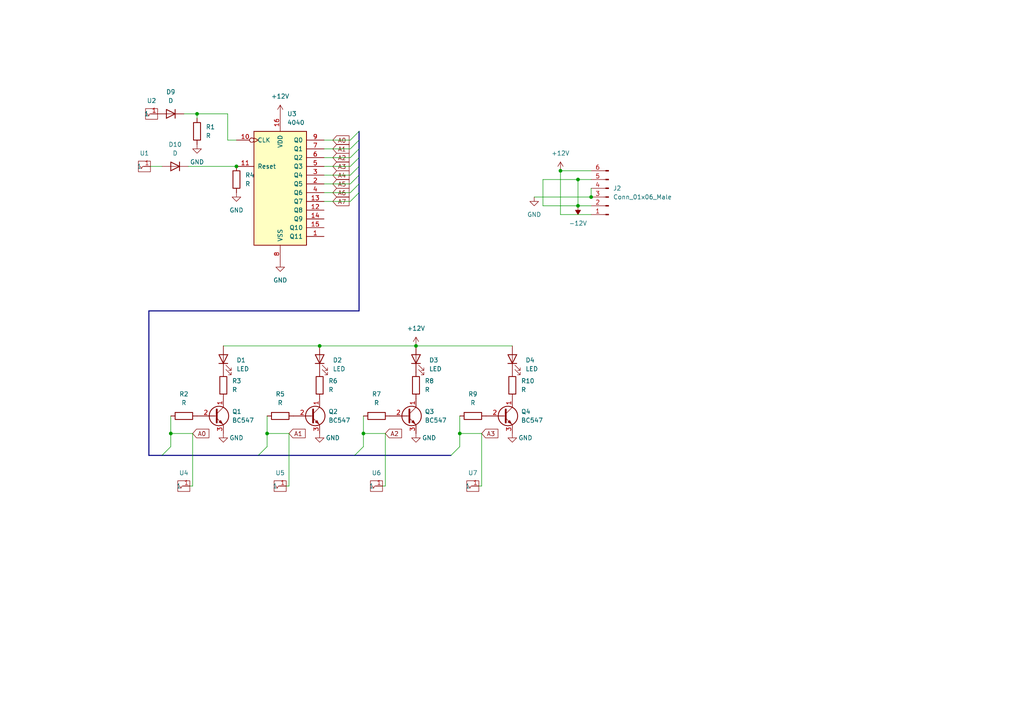
<source format=kicad_sch>
(kicad_sch (version 20211123) (generator eeschema)

  (uuid b9f5628f-7e75-459f-93b7-54469fb20df3)

  (paper "A4")

  (lib_symbols
    (symbol "4xxx:4040" (pin_names (offset 1.016)) (in_bom yes) (on_board yes)
      (property "Reference" "U" (id 0) (at -7.62 16.51 0)
        (effects (font (size 1.27 1.27)))
      )
      (property "Value" "4040" (id 1) (at -7.62 -19.05 0)
        (effects (font (size 1.27 1.27)))
      )
      (property "Footprint" "" (id 2) (at 0 0 0)
        (effects (font (size 1.27 1.27)) hide)
      )
      (property "Datasheet" "http://www.intersil.com/content/dam/Intersil/documents/cd40/cd4020bms-24bms-40bms.pdf" (id 3) (at 0 0 0)
        (effects (font (size 1.27 1.27)) hide)
      )
      (property "ki_locked" "" (id 4) (at 0 0 0)
        (effects (font (size 1.27 1.27)))
      )
      (property "ki_keywords" "CMOS CNT CNT12" (id 5) (at 0 0 0)
        (effects (font (size 1.27 1.27)) hide)
      )
      (property "ki_description" "Binary Counter 12 stages (Asynchronous)" (id 6) (at 0 0 0)
        (effects (font (size 1.27 1.27)) hide)
      )
      (property "ki_fp_filters" "DIP?16*" (id 7) (at 0 0 0)
        (effects (font (size 1.27 1.27)) hide)
      )
      (symbol "4040_1_0"
        (pin output line (at 12.7 -15.24 180) (length 5.08)
          (name "Q11" (effects (font (size 1.27 1.27))))
          (number "1" (effects (font (size 1.27 1.27))))
        )
        (pin input inverted_clock (at -12.7 12.7 0) (length 5.08)
          (name "CLK" (effects (font (size 1.27 1.27))))
          (number "10" (effects (font (size 1.27 1.27))))
        )
        (pin input line (at -12.7 5.08 0) (length 5.08)
          (name "Reset" (effects (font (size 1.27 1.27))))
          (number "11" (effects (font (size 1.27 1.27))))
        )
        (pin output line (at 12.7 -7.62 180) (length 5.08)
          (name "Q8" (effects (font (size 1.27 1.27))))
          (number "12" (effects (font (size 1.27 1.27))))
        )
        (pin output line (at 12.7 -5.08 180) (length 5.08)
          (name "Q7" (effects (font (size 1.27 1.27))))
          (number "13" (effects (font (size 1.27 1.27))))
        )
        (pin output line (at 12.7 -10.16 180) (length 5.08)
          (name "Q9" (effects (font (size 1.27 1.27))))
          (number "14" (effects (font (size 1.27 1.27))))
        )
        (pin output line (at 12.7 -12.7 180) (length 5.08)
          (name "Q10" (effects (font (size 1.27 1.27))))
          (number "15" (effects (font (size 1.27 1.27))))
        )
        (pin power_in line (at 0 20.32 270) (length 5.08)
          (name "VDD" (effects (font (size 1.27 1.27))))
          (number "16" (effects (font (size 1.27 1.27))))
        )
        (pin output line (at 12.7 0 180) (length 5.08)
          (name "Q5" (effects (font (size 1.27 1.27))))
          (number "2" (effects (font (size 1.27 1.27))))
        )
        (pin output line (at 12.7 2.54 180) (length 5.08)
          (name "Q4" (effects (font (size 1.27 1.27))))
          (number "3" (effects (font (size 1.27 1.27))))
        )
        (pin output line (at 12.7 -2.54 180) (length 5.08)
          (name "Q6" (effects (font (size 1.27 1.27))))
          (number "4" (effects (font (size 1.27 1.27))))
        )
        (pin output line (at 12.7 5.08 180) (length 5.08)
          (name "Q3" (effects (font (size 1.27 1.27))))
          (number "5" (effects (font (size 1.27 1.27))))
        )
        (pin output line (at 12.7 7.62 180) (length 5.08)
          (name "Q2" (effects (font (size 1.27 1.27))))
          (number "6" (effects (font (size 1.27 1.27))))
        )
        (pin output line (at 12.7 10.16 180) (length 5.08)
          (name "Q1" (effects (font (size 1.27 1.27))))
          (number "7" (effects (font (size 1.27 1.27))))
        )
        (pin power_in line (at 0 -22.86 90) (length 5.08)
          (name "VSS" (effects (font (size 1.27 1.27))))
          (number "8" (effects (font (size 1.27 1.27))))
        )
        (pin output line (at 12.7 12.7 180) (length 5.08)
          (name "Q0" (effects (font (size 1.27 1.27))))
          (number "9" (effects (font (size 1.27 1.27))))
        )
      )
      (symbol "4040_1_1"
        (rectangle (start -7.62 15.24) (end 7.62 -17.78)
          (stroke (width 0.254) (type default) (color 0 0 0 0))
          (fill (type background))
        )
      )
    )
    (symbol "Connector:Conn_01x06_Male" (pin_names (offset 1.016) hide) (in_bom yes) (on_board yes)
      (property "Reference" "J" (id 0) (at 0 7.62 0)
        (effects (font (size 1.27 1.27)))
      )
      (property "Value" "Conn_01x06_Male" (id 1) (at 0 -10.16 0)
        (effects (font (size 1.27 1.27)))
      )
      (property "Footprint" "" (id 2) (at 0 0 0)
        (effects (font (size 1.27 1.27)) hide)
      )
      (property "Datasheet" "~" (id 3) (at 0 0 0)
        (effects (font (size 1.27 1.27)) hide)
      )
      (property "ki_keywords" "connector" (id 4) (at 0 0 0)
        (effects (font (size 1.27 1.27)) hide)
      )
      (property "ki_description" "Generic connector, single row, 01x06, script generated (kicad-library-utils/schlib/autogen/connector/)" (id 5) (at 0 0 0)
        (effects (font (size 1.27 1.27)) hide)
      )
      (property "ki_fp_filters" "Connector*:*_1x??_*" (id 6) (at 0 0 0)
        (effects (font (size 1.27 1.27)) hide)
      )
      (symbol "Conn_01x06_Male_1_1"
        (polyline
          (pts
            (xy 1.27 -7.62)
            (xy 0.8636 -7.62)
          )
          (stroke (width 0.1524) (type default) (color 0 0 0 0))
          (fill (type none))
        )
        (polyline
          (pts
            (xy 1.27 -5.08)
            (xy 0.8636 -5.08)
          )
          (stroke (width 0.1524) (type default) (color 0 0 0 0))
          (fill (type none))
        )
        (polyline
          (pts
            (xy 1.27 -2.54)
            (xy 0.8636 -2.54)
          )
          (stroke (width 0.1524) (type default) (color 0 0 0 0))
          (fill (type none))
        )
        (polyline
          (pts
            (xy 1.27 0)
            (xy 0.8636 0)
          )
          (stroke (width 0.1524) (type default) (color 0 0 0 0))
          (fill (type none))
        )
        (polyline
          (pts
            (xy 1.27 2.54)
            (xy 0.8636 2.54)
          )
          (stroke (width 0.1524) (type default) (color 0 0 0 0))
          (fill (type none))
        )
        (polyline
          (pts
            (xy 1.27 5.08)
            (xy 0.8636 5.08)
          )
          (stroke (width 0.1524) (type default) (color 0 0 0 0))
          (fill (type none))
        )
        (rectangle (start 0.8636 -7.493) (end 0 -7.747)
          (stroke (width 0.1524) (type default) (color 0 0 0 0))
          (fill (type outline))
        )
        (rectangle (start 0.8636 -4.953) (end 0 -5.207)
          (stroke (width 0.1524) (type default) (color 0 0 0 0))
          (fill (type outline))
        )
        (rectangle (start 0.8636 -2.413) (end 0 -2.667)
          (stroke (width 0.1524) (type default) (color 0 0 0 0))
          (fill (type outline))
        )
        (rectangle (start 0.8636 0.127) (end 0 -0.127)
          (stroke (width 0.1524) (type default) (color 0 0 0 0))
          (fill (type outline))
        )
        (rectangle (start 0.8636 2.667) (end 0 2.413)
          (stroke (width 0.1524) (type default) (color 0 0 0 0))
          (fill (type outline))
        )
        (rectangle (start 0.8636 5.207) (end 0 4.953)
          (stroke (width 0.1524) (type default) (color 0 0 0 0))
          (fill (type outline))
        )
        (pin passive line (at 5.08 5.08 180) (length 3.81)
          (name "Pin_1" (effects (font (size 1.27 1.27))))
          (number "1" (effects (font (size 1.27 1.27))))
        )
        (pin passive line (at 5.08 2.54 180) (length 3.81)
          (name "Pin_2" (effects (font (size 1.27 1.27))))
          (number "2" (effects (font (size 1.27 1.27))))
        )
        (pin passive line (at 5.08 0 180) (length 3.81)
          (name "Pin_3" (effects (font (size 1.27 1.27))))
          (number "3" (effects (font (size 1.27 1.27))))
        )
        (pin passive line (at 5.08 -2.54 180) (length 3.81)
          (name "Pin_4" (effects (font (size 1.27 1.27))))
          (number "4" (effects (font (size 1.27 1.27))))
        )
        (pin passive line (at 5.08 -5.08 180) (length 3.81)
          (name "Pin_5" (effects (font (size 1.27 1.27))))
          (number "5" (effects (font (size 1.27 1.27))))
        )
        (pin passive line (at 5.08 -7.62 180) (length 3.81)
          (name "Pin_6" (effects (font (size 1.27 1.27))))
          (number "6" (effects (font (size 1.27 1.27))))
        )
      )
    )
    (symbol "Device:D" (pin_numbers hide) (pin_names (offset 1.016) hide) (in_bom yes) (on_board yes)
      (property "Reference" "D" (id 0) (at 0 2.54 0)
        (effects (font (size 1.27 1.27)))
      )
      (property "Value" "D" (id 1) (at 0 -2.54 0)
        (effects (font (size 1.27 1.27)))
      )
      (property "Footprint" "" (id 2) (at 0 0 0)
        (effects (font (size 1.27 1.27)) hide)
      )
      (property "Datasheet" "~" (id 3) (at 0 0 0)
        (effects (font (size 1.27 1.27)) hide)
      )
      (property "ki_keywords" "diode" (id 4) (at 0 0 0)
        (effects (font (size 1.27 1.27)) hide)
      )
      (property "ki_description" "Diode" (id 5) (at 0 0 0)
        (effects (font (size 1.27 1.27)) hide)
      )
      (property "ki_fp_filters" "TO-???* *_Diode_* *SingleDiode* D_*" (id 6) (at 0 0 0)
        (effects (font (size 1.27 1.27)) hide)
      )
      (symbol "D_0_1"
        (polyline
          (pts
            (xy -1.27 1.27)
            (xy -1.27 -1.27)
          )
          (stroke (width 0.254) (type default) (color 0 0 0 0))
          (fill (type none))
        )
        (polyline
          (pts
            (xy 1.27 0)
            (xy -1.27 0)
          )
          (stroke (width 0) (type default) (color 0 0 0 0))
          (fill (type none))
        )
        (polyline
          (pts
            (xy 1.27 1.27)
            (xy 1.27 -1.27)
            (xy -1.27 0)
            (xy 1.27 1.27)
          )
          (stroke (width 0.254) (type default) (color 0 0 0 0))
          (fill (type none))
        )
      )
      (symbol "D_1_1"
        (pin passive line (at -3.81 0 0) (length 2.54)
          (name "K" (effects (font (size 1.27 1.27))))
          (number "1" (effects (font (size 1.27 1.27))))
        )
        (pin passive line (at 3.81 0 180) (length 2.54)
          (name "A" (effects (font (size 1.27 1.27))))
          (number "2" (effects (font (size 1.27 1.27))))
        )
      )
    )
    (symbol "Device:LED" (pin_numbers hide) (pin_names (offset 1.016) hide) (in_bom yes) (on_board yes)
      (property "Reference" "D" (id 0) (at 0 2.54 0)
        (effects (font (size 1.27 1.27)))
      )
      (property "Value" "LED" (id 1) (at 0 -2.54 0)
        (effects (font (size 1.27 1.27)))
      )
      (property "Footprint" "" (id 2) (at 0 0 0)
        (effects (font (size 1.27 1.27)) hide)
      )
      (property "Datasheet" "~" (id 3) (at 0 0 0)
        (effects (font (size 1.27 1.27)) hide)
      )
      (property "ki_keywords" "LED diode" (id 4) (at 0 0 0)
        (effects (font (size 1.27 1.27)) hide)
      )
      (property "ki_description" "Light emitting diode" (id 5) (at 0 0 0)
        (effects (font (size 1.27 1.27)) hide)
      )
      (property "ki_fp_filters" "LED* LED_SMD:* LED_THT:*" (id 6) (at 0 0 0)
        (effects (font (size 1.27 1.27)) hide)
      )
      (symbol "LED_0_1"
        (polyline
          (pts
            (xy -1.27 -1.27)
            (xy -1.27 1.27)
          )
          (stroke (width 0.254) (type default) (color 0 0 0 0))
          (fill (type none))
        )
        (polyline
          (pts
            (xy -1.27 0)
            (xy 1.27 0)
          )
          (stroke (width 0) (type default) (color 0 0 0 0))
          (fill (type none))
        )
        (polyline
          (pts
            (xy 1.27 -1.27)
            (xy 1.27 1.27)
            (xy -1.27 0)
            (xy 1.27 -1.27)
          )
          (stroke (width 0.254) (type default) (color 0 0 0 0))
          (fill (type none))
        )
        (polyline
          (pts
            (xy -3.048 -0.762)
            (xy -4.572 -2.286)
            (xy -3.81 -2.286)
            (xy -4.572 -2.286)
            (xy -4.572 -1.524)
          )
          (stroke (width 0) (type default) (color 0 0 0 0))
          (fill (type none))
        )
        (polyline
          (pts
            (xy -1.778 -0.762)
            (xy -3.302 -2.286)
            (xy -2.54 -2.286)
            (xy -3.302 -2.286)
            (xy -3.302 -1.524)
          )
          (stroke (width 0) (type default) (color 0 0 0 0))
          (fill (type none))
        )
      )
      (symbol "LED_1_1"
        (pin passive line (at -3.81 0 0) (length 2.54)
          (name "K" (effects (font (size 1.27 1.27))))
          (number "1" (effects (font (size 1.27 1.27))))
        )
        (pin passive line (at 3.81 0 180) (length 2.54)
          (name "A" (effects (font (size 1.27 1.27))))
          (number "2" (effects (font (size 1.27 1.27))))
        )
      )
    )
    (symbol "Device:R" (pin_numbers hide) (pin_names (offset 0)) (in_bom yes) (on_board yes)
      (property "Reference" "R" (id 0) (at 2.032 0 90)
        (effects (font (size 1.27 1.27)))
      )
      (property "Value" "R" (id 1) (at 0 0 90)
        (effects (font (size 1.27 1.27)))
      )
      (property "Footprint" "" (id 2) (at -1.778 0 90)
        (effects (font (size 1.27 1.27)) hide)
      )
      (property "Datasheet" "~" (id 3) (at 0 0 0)
        (effects (font (size 1.27 1.27)) hide)
      )
      (property "ki_keywords" "R res resistor" (id 4) (at 0 0 0)
        (effects (font (size 1.27 1.27)) hide)
      )
      (property "ki_description" "Resistor" (id 5) (at 0 0 0)
        (effects (font (size 1.27 1.27)) hide)
      )
      (property "ki_fp_filters" "R_*" (id 6) (at 0 0 0)
        (effects (font (size 1.27 1.27)) hide)
      )
      (symbol "R_0_1"
        (rectangle (start -1.016 -2.54) (end 1.016 2.54)
          (stroke (width 0.254) (type default) (color 0 0 0 0))
          (fill (type none))
        )
      )
      (symbol "R_1_1"
        (pin passive line (at 0 3.81 270) (length 1.27)
          (name "~" (effects (font (size 1.27 1.27))))
          (number "1" (effects (font (size 1.27 1.27))))
        )
        (pin passive line (at 0 -3.81 90) (length 1.27)
          (name "~" (effects (font (size 1.27 1.27))))
          (number "2" (effects (font (size 1.27 1.27))))
        )
      )
    )
    (symbol "HEJ:Aux_flush" (in_bom yes) (on_board yes)
      (property "Reference" "U" (id 0) (at -0.0508 5.3848 0)
        (effects (font (size 1.27 1.27)))
      )
      (property "Value" "Aux_flush" (id 1) (at 0 3.5052 0)
        (effects (font (size 1.27 1.27)) hide)
      )
      (property "Footprint" "" (id 2) (at 0 0 0)
        (effects (font (size 1.27 1.27)) hide)
      )
      (property "Datasheet" "" (id 3) (at 0 0 0)
        (effects (font (size 1.27 1.27)) hide)
      )
      (symbol "Aux_flush_0_1"
        (rectangle (start -1.778 1.524) (end 1.7272 -1.5748)
          (stroke (width 0) (type default) (color 0 0 0 0))
          (fill (type none))
        )
        (polyline
          (pts
            (xy -1.2192 0.0508)
            (xy -0.8636 -0.6604)
            (xy -0.5588 0)
            (xy 1.6764 0)
          )
          (stroke (width 0) (type default) (color 0 0 0 0))
          (fill (type none))
        )
      )
      (symbol "Aux_flush_1_1"
        (pin bidirectional line (at 1.7272 0 180) (length 2)
          (name "1" (effects (font (size 1.27 1.27))))
          (number "1" (effects (font (size 1.27 1.27))))
        )
      )
    )
    (symbol "Transistor_BJT:BC547" (pin_names (offset 0) hide) (in_bom yes) (on_board yes)
      (property "Reference" "Q" (id 0) (at 5.08 1.905 0)
        (effects (font (size 1.27 1.27)) (justify left))
      )
      (property "Value" "BC547" (id 1) (at 5.08 0 0)
        (effects (font (size 1.27 1.27)) (justify left))
      )
      (property "Footprint" "Package_TO_SOT_THT:TO-92_Inline" (id 2) (at 5.08 -1.905 0)
        (effects (font (size 1.27 1.27) italic) (justify left) hide)
      )
      (property "Datasheet" "https://www.onsemi.com/pub/Collateral/BC550-D.pdf" (id 3) (at 0 0 0)
        (effects (font (size 1.27 1.27)) (justify left) hide)
      )
      (property "ki_keywords" "NPN Transistor" (id 4) (at 0 0 0)
        (effects (font (size 1.27 1.27)) hide)
      )
      (property "ki_description" "0.1A Ic, 45V Vce, Small Signal NPN Transistor, TO-92" (id 5) (at 0 0 0)
        (effects (font (size 1.27 1.27)) hide)
      )
      (property "ki_fp_filters" "TO?92*" (id 6) (at 0 0 0)
        (effects (font (size 1.27 1.27)) hide)
      )
      (symbol "BC547_0_1"
        (polyline
          (pts
            (xy 0 0)
            (xy 0.635 0)
          )
          (stroke (width 0) (type default) (color 0 0 0 0))
          (fill (type none))
        )
        (polyline
          (pts
            (xy 0.635 0.635)
            (xy 2.54 2.54)
          )
          (stroke (width 0) (type default) (color 0 0 0 0))
          (fill (type none))
        )
        (polyline
          (pts
            (xy 0.635 -0.635)
            (xy 2.54 -2.54)
            (xy 2.54 -2.54)
          )
          (stroke (width 0) (type default) (color 0 0 0 0))
          (fill (type none))
        )
        (polyline
          (pts
            (xy 0.635 1.905)
            (xy 0.635 -1.905)
            (xy 0.635 -1.905)
          )
          (stroke (width 0.508) (type default) (color 0 0 0 0))
          (fill (type none))
        )
        (polyline
          (pts
            (xy 1.27 -1.778)
            (xy 1.778 -1.27)
            (xy 2.286 -2.286)
            (xy 1.27 -1.778)
            (xy 1.27 -1.778)
          )
          (stroke (width 0) (type default) (color 0 0 0 0))
          (fill (type outline))
        )
        (circle (center 1.27 0) (radius 2.8194)
          (stroke (width 0.254) (type default) (color 0 0 0 0))
          (fill (type none))
        )
      )
      (symbol "BC547_1_1"
        (pin passive line (at 2.54 5.08 270) (length 2.54)
          (name "C" (effects (font (size 1.27 1.27))))
          (number "1" (effects (font (size 1.27 1.27))))
        )
        (pin input line (at -5.08 0 0) (length 5.08)
          (name "B" (effects (font (size 1.27 1.27))))
          (number "2" (effects (font (size 1.27 1.27))))
        )
        (pin passive line (at 2.54 -5.08 90) (length 2.54)
          (name "E" (effects (font (size 1.27 1.27))))
          (number "3" (effects (font (size 1.27 1.27))))
        )
      )
    )
    (symbol "power:+12V" (power) (pin_names (offset 0)) (in_bom yes) (on_board yes)
      (property "Reference" "#PWR" (id 0) (at 0 -3.81 0)
        (effects (font (size 1.27 1.27)) hide)
      )
      (property "Value" "+12V" (id 1) (at 0 3.556 0)
        (effects (font (size 1.27 1.27)))
      )
      (property "Footprint" "" (id 2) (at 0 0 0)
        (effects (font (size 1.27 1.27)) hide)
      )
      (property "Datasheet" "" (id 3) (at 0 0 0)
        (effects (font (size 1.27 1.27)) hide)
      )
      (property "ki_keywords" "power-flag" (id 4) (at 0 0 0)
        (effects (font (size 1.27 1.27)) hide)
      )
      (property "ki_description" "Power symbol creates a global label with name \"+12V\"" (id 5) (at 0 0 0)
        (effects (font (size 1.27 1.27)) hide)
      )
      (symbol "+12V_0_1"
        (polyline
          (pts
            (xy -0.762 1.27)
            (xy 0 2.54)
          )
          (stroke (width 0) (type default) (color 0 0 0 0))
          (fill (type none))
        )
        (polyline
          (pts
            (xy 0 0)
            (xy 0 2.54)
          )
          (stroke (width 0) (type default) (color 0 0 0 0))
          (fill (type none))
        )
        (polyline
          (pts
            (xy 0 2.54)
            (xy 0.762 1.27)
          )
          (stroke (width 0) (type default) (color 0 0 0 0))
          (fill (type none))
        )
      )
      (symbol "+12V_1_1"
        (pin power_in line (at 0 0 90) (length 0) hide
          (name "+12V" (effects (font (size 1.27 1.27))))
          (number "1" (effects (font (size 1.27 1.27))))
        )
      )
    )
    (symbol "power:-12V" (power) (pin_names (offset 0)) (in_bom yes) (on_board yes)
      (property "Reference" "#PWR" (id 0) (at 0 2.54 0)
        (effects (font (size 1.27 1.27)) hide)
      )
      (property "Value" "-12V" (id 1) (at 0 3.81 0)
        (effects (font (size 1.27 1.27)))
      )
      (property "Footprint" "" (id 2) (at 0 0 0)
        (effects (font (size 1.27 1.27)) hide)
      )
      (property "Datasheet" "" (id 3) (at 0 0 0)
        (effects (font (size 1.27 1.27)) hide)
      )
      (property "ki_keywords" "power-flag" (id 4) (at 0 0 0)
        (effects (font (size 1.27 1.27)) hide)
      )
      (property "ki_description" "Power symbol creates a global label with name \"-12V\"" (id 5) (at 0 0 0)
        (effects (font (size 1.27 1.27)) hide)
      )
      (symbol "-12V_0_0"
        (pin power_in line (at 0 0 90) (length 0) hide
          (name "-12V" (effects (font (size 1.27 1.27))))
          (number "1" (effects (font (size 1.27 1.27))))
        )
      )
      (symbol "-12V_0_1"
        (polyline
          (pts
            (xy 0 0)
            (xy 0 1.27)
            (xy 0.762 1.27)
            (xy 0 2.54)
            (xy -0.762 1.27)
            (xy 0 1.27)
          )
          (stroke (width 0) (type default) (color 0 0 0 0))
          (fill (type outline))
        )
      )
    )
    (symbol "power:GND" (power) (pin_names (offset 0)) (in_bom yes) (on_board yes)
      (property "Reference" "#PWR" (id 0) (at 0 -6.35 0)
        (effects (font (size 1.27 1.27)) hide)
      )
      (property "Value" "GND" (id 1) (at 0 -3.81 0)
        (effects (font (size 1.27 1.27)))
      )
      (property "Footprint" "" (id 2) (at 0 0 0)
        (effects (font (size 1.27 1.27)) hide)
      )
      (property "Datasheet" "" (id 3) (at 0 0 0)
        (effects (font (size 1.27 1.27)) hide)
      )
      (property "ki_keywords" "power-flag" (id 4) (at 0 0 0)
        (effects (font (size 1.27 1.27)) hide)
      )
      (property "ki_description" "Power symbol creates a global label with name \"GND\" , ground" (id 5) (at 0 0 0)
        (effects (font (size 1.27 1.27)) hide)
      )
      (symbol "GND_0_1"
        (polyline
          (pts
            (xy 0 0)
            (xy 0 -1.27)
            (xy 1.27 -1.27)
            (xy 0 -2.54)
            (xy -1.27 -1.27)
            (xy 0 -1.27)
          )
          (stroke (width 0) (type default) (color 0 0 0 0))
          (fill (type none))
        )
      )
      (symbol "GND_1_1"
        (pin power_in line (at 0 0 270) (length 0) hide
          (name "GND" (effects (font (size 1.27 1.27))))
          (number "1" (effects (font (size 1.27 1.27))))
        )
      )
    )
  )

  (junction (at 57.15 33.02) (diameter 0) (color 0 0 0 0)
    (uuid 21dbf38c-c572-4ae4-8e89-01b5fba013d4)
  )
  (junction (at 68.58 48.26) (diameter 0) (color 0 0 0 0)
    (uuid 307a6c00-4f4b-4857-a490-421453f7bb6a)
  )
  (junction (at 77.47 125.73) (diameter 0) (color 0 0 0 0)
    (uuid 3d7ff25b-7dc7-443b-8be1-c9c1b9267e55)
  )
  (junction (at 92.71 100.33) (diameter 0) (color 0 0 0 0)
    (uuid 61084fb2-22ce-4f0e-96e1-6e235562f447)
  )
  (junction (at 162.56 49.53) (diameter 0) (color 0 0 0 0)
    (uuid 6d46eb4c-4539-410c-a010-c5da088d9cc8)
  )
  (junction (at 133.35 125.73) (diameter 0) (color 0 0 0 0)
    (uuid 7a856489-bdae-4cb1-9933-dd567063bb07)
  )
  (junction (at 171.45 57.15) (diameter 0) (color 0 0 0 0)
    (uuid 847a0c75-1f9e-4383-a12b-7c1d7ef31a1a)
  )
  (junction (at 167.64 59.69) (diameter 0) (color 0 0 0 0)
    (uuid 8e337ac1-ddbb-4941-a234-b3e9ff646d8b)
  )
  (junction (at 167.64 52.07) (diameter 0) (color 0 0 0 0)
    (uuid 93e34d7e-60f3-4096-80bf-ad5b36d3df10)
  )
  (junction (at 49.53 125.73) (diameter 0) (color 0 0 0 0)
    (uuid 9beede0b-7dcf-4066-ad4c-bd7226ddc9c8)
  )
  (junction (at 120.65 100.33) (diameter 0) (color 0 0 0 0)
    (uuid b124bd25-dfd8-4115-b417-9e7550fdd42b)
  )
  (junction (at 105.41 125.73) (diameter 0) (color 0 0 0 0)
    (uuid ec5ef3da-f1e9-49da-831e-3ddc0765080c)
  )

  (bus_entry (at 101.6 58.42) (size 2.54 -2.54)
    (stroke (width 0) (type default) (color 0 0 0 0))
    (uuid 49fabdf5-cbd5-4505-a11c-f0bce5ed04c3)
  )
  (bus_entry (at 101.6 55.88) (size 2.54 -2.54)
    (stroke (width 0) (type default) (color 0 0 0 0))
    (uuid 49fabdf5-cbd5-4505-a11c-f0bce5ed04c4)
  )
  (bus_entry (at 101.6 43.18) (size 2.54 -2.54)
    (stroke (width 0) (type default) (color 0 0 0 0))
    (uuid 49fabdf5-cbd5-4505-a11c-f0bce5ed04c5)
  )
  (bus_entry (at 101.6 40.64) (size 2.54 -2.54)
    (stroke (width 0) (type default) (color 0 0 0 0))
    (uuid 49fabdf5-cbd5-4505-a11c-f0bce5ed04c6)
  )
  (bus_entry (at 101.6 45.72) (size 2.54 -2.54)
    (stroke (width 0) (type default) (color 0 0 0 0))
    (uuid 49fabdf5-cbd5-4505-a11c-f0bce5ed04c7)
  )
  (bus_entry (at 101.6 48.26) (size 2.54 -2.54)
    (stroke (width 0) (type default) (color 0 0 0 0))
    (uuid 49fabdf5-cbd5-4505-a11c-f0bce5ed04c8)
  )
  (bus_entry (at 101.6 50.8) (size 2.54 -2.54)
    (stroke (width 0) (type default) (color 0 0 0 0))
    (uuid 49fabdf5-cbd5-4505-a11c-f0bce5ed04c9)
  )
  (bus_entry (at 101.6 53.34) (size 2.54 -2.54)
    (stroke (width 0) (type default) (color 0 0 0 0))
    (uuid 49fabdf5-cbd5-4505-a11c-f0bce5ed04ca)
  )
  (bus_entry (at 74.93 132.08) (size 2.54 -2.54)
    (stroke (width 0) (type default) (color 0 0 0 0))
    (uuid d38d7273-dad7-49f4-a35c-fd6e390ad19a)
  )
  (bus_entry (at 46.99 132.08) (size 2.54 -2.54)
    (stroke (width 0) (type default) (color 0 0 0 0))
    (uuid d38d7273-dad7-49f4-a35c-fd6e390ad19b)
  )
  (bus_entry (at 102.87 132.08) (size 2.54 -2.54)
    (stroke (width 0) (type default) (color 0 0 0 0))
    (uuid d38d7273-dad7-49f4-a35c-fd6e390ad19c)
  )
  (bus_entry (at 130.81 132.08) (size 2.54 -2.54)
    (stroke (width 0) (type default) (color 0 0 0 0))
    (uuid d38d7273-dad7-49f4-a35c-fd6e390ad19d)
  )

  (wire (pts (xy 66.04 40.64) (xy 68.58 40.64))
    (stroke (width 0) (type default) (color 0 0 0 0))
    (uuid 00a744e1-50e8-4634-945a-955035d79533)
  )
  (wire (pts (xy 93.98 48.26) (xy 101.6 48.26))
    (stroke (width 0) (type default) (color 0 0 0 0))
    (uuid 020f924c-8cd1-4208-9d81-abdfea0cda44)
  )
  (wire (pts (xy 157.48 59.69) (xy 167.64 59.69))
    (stroke (width 0) (type default) (color 0 0 0 0))
    (uuid 077eb37a-3dcc-4acf-87a8-25c7e44632bc)
  )
  (wire (pts (xy 54.61 48.26) (xy 68.58 48.26))
    (stroke (width 0) (type default) (color 0 0 0 0))
    (uuid 08d5bbd8-0783-4034-84f8-9e5b82b6ddcd)
  )
  (bus (pts (xy 104.14 43.18) (xy 104.14 45.72))
    (stroke (width 0) (type default) (color 0 0 0 0))
    (uuid 0903e655-16e1-4b7d-b6af-fedb7b495c6f)
  )

  (wire (pts (xy 157.48 52.07) (xy 157.48 59.69))
    (stroke (width 0) (type default) (color 0 0 0 0))
    (uuid 134eaa46-dbd4-431e-8bcd-8babc215e0ef)
  )
  (wire (pts (xy 93.98 53.34) (xy 101.6 53.34))
    (stroke (width 0) (type default) (color 0 0 0 0))
    (uuid 14716b73-7575-4a1b-b6b9-fa6cf5164256)
  )
  (wire (pts (xy 105.41 125.73) (xy 111.76 125.73))
    (stroke (width 0) (type default) (color 0 0 0 0))
    (uuid 18099b62-356a-4354-83fd-9c82363a9eba)
  )
  (wire (pts (xy 66.04 33.02) (xy 66.04 40.64))
    (stroke (width 0) (type default) (color 0 0 0 0))
    (uuid 1dceb016-e696-4c57-9431-5f3d3868a264)
  )
  (wire (pts (xy 93.98 45.72) (xy 101.6 45.72))
    (stroke (width 0) (type default) (color 0 0 0 0))
    (uuid 266c1fb0-f609-4445-ac59-d3cc5e9b4747)
  )
  (bus (pts (xy 102.87 132.08) (xy 130.81 132.08))
    (stroke (width 0) (type default) (color 0 0 0 0))
    (uuid 2fff8f9a-59d2-4a0b-ab10-d863d9d4a5d1)
  )

  (wire (pts (xy 111.76 140.97) (xy 111.76 125.73))
    (stroke (width 0) (type default) (color 0 0 0 0))
    (uuid 38d6a310-ed3d-49cb-9d6a-e7ade542a7f5)
  )
  (wire (pts (xy 93.98 43.18) (xy 101.6 43.18))
    (stroke (width 0) (type default) (color 0 0 0 0))
    (uuid 3bf76ef8-bc41-4f3c-9c90-780038ad9a13)
  )
  (wire (pts (xy 93.98 58.42) (xy 101.6 58.42))
    (stroke (width 0) (type default) (color 0 0 0 0))
    (uuid 44b7f612-3d43-4423-9775-779f9cd893d8)
  )
  (wire (pts (xy 171.45 54.61) (xy 171.45 57.15))
    (stroke (width 0) (type default) (color 0 0 0 0))
    (uuid 473576b1-38a0-40c0-aa31-c44227fd0f34)
  )
  (wire (pts (xy 77.47 125.73) (xy 77.47 129.54))
    (stroke (width 0) (type default) (color 0 0 0 0))
    (uuid 48492c13-1cf0-4bb3-aaf6-566a748ba6e6)
  )
  (wire (pts (xy 110.9472 140.97) (xy 111.76 140.97))
    (stroke (width 0) (type default) (color 0 0 0 0))
    (uuid 4bcee238-eb8a-4a78-bd77-7bb24fbb35cd)
  )
  (bus (pts (xy 104.14 53.34) (xy 104.14 55.88))
    (stroke (width 0) (type default) (color 0 0 0 0))
    (uuid 4ca7f5ba-8698-4da2-abec-44ad79b51080)
  )

  (wire (pts (xy 167.64 52.07) (xy 167.64 59.69))
    (stroke (width 0) (type default) (color 0 0 0 0))
    (uuid 50110bce-5dfc-4b29-8641-08e5144a85da)
  )
  (wire (pts (xy 167.64 59.69) (xy 171.45 59.69))
    (stroke (width 0) (type default) (color 0 0 0 0))
    (uuid 520a8a63-5c1a-485a-82d4-a9f727b6714c)
  )
  (bus (pts (xy 104.14 40.64) (xy 104.14 43.18))
    (stroke (width 0) (type default) (color 0 0 0 0))
    (uuid 57051848-c845-460c-8cf2-6211be002c52)
  )

  (wire (pts (xy 83.82 140.97) (xy 83.82 125.73))
    (stroke (width 0) (type default) (color 0 0 0 0))
    (uuid 585ecc18-9736-418d-9501-d457c7b4d405)
  )
  (wire (pts (xy 49.53 120.65) (xy 49.53 125.73))
    (stroke (width 0) (type default) (color 0 0 0 0))
    (uuid 5a46f345-a03d-460b-bb8a-44faa4830571)
  )
  (wire (pts (xy 133.35 125.73) (xy 139.7 125.73))
    (stroke (width 0) (type default) (color 0 0 0 0))
    (uuid 5ed484e0-9fb1-4a14-bad1-8b5589ed2c0b)
  )
  (wire (pts (xy 77.47 125.73) (xy 83.82 125.73))
    (stroke (width 0) (type default) (color 0 0 0 0))
    (uuid 665a8cf1-9f7e-4994-949a-5197c5df0028)
  )
  (wire (pts (xy 53.34 33.02) (xy 57.15 33.02))
    (stroke (width 0) (type default) (color 0 0 0 0))
    (uuid 6ac0b304-5004-4d8f-ae78-4fe331ab762f)
  )
  (wire (pts (xy 105.41 120.65) (xy 105.41 125.73))
    (stroke (width 0) (type default) (color 0 0 0 0))
    (uuid 6b8f93ff-90df-4669-992d-d34f164bef45)
  )
  (bus (pts (xy 104.14 50.8) (xy 104.14 53.34))
    (stroke (width 0) (type default) (color 0 0 0 0))
    (uuid 75e5e1d9-6ef6-4c07-b3fa-e7087dd5c730)
  )
  (bus (pts (xy 74.93 132.08) (xy 102.87 132.08))
    (stroke (width 0) (type default) (color 0 0 0 0))
    (uuid 7b52cb08-6964-4c3b-91ba-a4b238976cc2)
  )
  (bus (pts (xy 43.18 90.17) (xy 104.14 90.17))
    (stroke (width 0) (type default) (color 0 0 0 0))
    (uuid 874c1913-4f1d-40fe-828f-f9e078055f17)
  )

  (wire (pts (xy 162.56 49.53) (xy 171.45 49.53))
    (stroke (width 0) (type default) (color 0 0 0 0))
    (uuid 87b7ac83-1dea-4cea-ab06-c867db6e9341)
  )
  (bus (pts (xy 104.14 38.1) (xy 104.14 40.64))
    (stroke (width 0) (type default) (color 0 0 0 0))
    (uuid 8af70f9f-9a57-42ac-8053-9a6a753a33ab)
  )

  (wire (pts (xy 138.8872 140.97) (xy 139.7 140.97))
    (stroke (width 0) (type default) (color 0 0 0 0))
    (uuid 8b67d058-5318-48b7-b1ec-475135acbe1c)
  )
  (wire (pts (xy 57.15 33.02) (xy 66.04 33.02))
    (stroke (width 0) (type default) (color 0 0 0 0))
    (uuid 8df1a8d5-7477-418d-95f2-a68f4eeac83c)
  )
  (wire (pts (xy 157.48 52.07) (xy 167.64 52.07))
    (stroke (width 0) (type default) (color 0 0 0 0))
    (uuid 8ec27f08-7519-4e17-8473-e304ccde82bd)
  )
  (wire (pts (xy 120.65 100.33) (xy 148.59 100.33))
    (stroke (width 0) (type default) (color 0 0 0 0))
    (uuid 96c3e6a8-5ce4-4f67-a4b8-160babc4c4ac)
  )
  (bus (pts (xy 43.18 132.08) (xy 43.18 90.17))
    (stroke (width 0) (type default) (color 0 0 0 0))
    (uuid 99f24838-9b84-4599-9176-72f2b70abaab)
  )

  (wire (pts (xy 93.98 50.8) (xy 101.6 50.8))
    (stroke (width 0) (type default) (color 0 0 0 0))
    (uuid 9a51231c-3e9f-4dcd-a09b-b2afabf1f0c5)
  )
  (bus (pts (xy 46.99 132.08) (xy 74.93 132.08))
    (stroke (width 0) (type default) (color 0 0 0 0))
    (uuid 9a9c7c9a-e0ce-45b7-9e26-836b716f9cbd)
  )

  (wire (pts (xy 64.77 100.33) (xy 92.71 100.33))
    (stroke (width 0) (type default) (color 0 0 0 0))
    (uuid a2c5d44e-dc26-4c16-89f6-e637e81e9a70)
  )
  (wire (pts (xy 105.41 125.73) (xy 105.41 129.54))
    (stroke (width 0) (type default) (color 0 0 0 0))
    (uuid a43ef840-d4b6-4c92-b348-0d870cac04c0)
  )
  (wire (pts (xy 133.35 125.73) (xy 133.35 129.54))
    (stroke (width 0) (type default) (color 0 0 0 0))
    (uuid ae65d245-8635-49fd-a4e3-156fff9336f9)
  )
  (wire (pts (xy 83.0072 140.97) (xy 83.82 140.97))
    (stroke (width 0) (type default) (color 0 0 0 0))
    (uuid b0c581a7-8474-42ba-9bb2-7761abb88719)
  )
  (wire (pts (xy 93.98 55.88) (xy 101.6 55.88))
    (stroke (width 0) (type default) (color 0 0 0 0))
    (uuid b263ef4a-ec6d-4c50-be46-ff534a409fd5)
  )
  (wire (pts (xy 77.47 120.65) (xy 77.47 125.73))
    (stroke (width 0) (type default) (color 0 0 0 0))
    (uuid b2652a0b-7f69-4964-8e70-2298fb3c83af)
  )
  (wire (pts (xy 162.56 62.23) (xy 171.45 62.23))
    (stroke (width 0) (type default) (color 0 0 0 0))
    (uuid b2f84b46-ac23-42ce-8621-5ddff6da6922)
  )
  (bus (pts (xy 43.18 132.08) (xy 46.99 132.08))
    (stroke (width 0) (type default) (color 0 0 0 0))
    (uuid b6d5a0db-9089-452d-9325-96ddb7e312f5)
  )

  (wire (pts (xy 49.53 125.73) (xy 49.53 129.54))
    (stroke (width 0) (type default) (color 0 0 0 0))
    (uuid b9809ed8-1d96-489b-be57-f705b1169b01)
  )
  (bus (pts (xy 104.14 45.72) (xy 104.14 48.26))
    (stroke (width 0) (type default) (color 0 0 0 0))
    (uuid b9a4b013-bbd9-49bc-a93d-3014f78496d9)
  )
  (bus (pts (xy 104.14 55.88) (xy 104.14 90.17))
    (stroke (width 0) (type default) (color 0 0 0 0))
    (uuid bb3d0eda-4896-497e-ba5e-c78988e89723)
  )

  (wire (pts (xy 92.71 100.33) (xy 120.65 100.33))
    (stroke (width 0) (type default) (color 0 0 0 0))
    (uuid cd64fc58-88ba-478d-a6d9-4605204c40e6)
  )
  (wire (pts (xy 139.7 140.97) (xy 139.7 125.73))
    (stroke (width 0) (type default) (color 0 0 0 0))
    (uuid cdbc67de-5a6d-4361-9cb1-77232c4028bd)
  )
  (wire (pts (xy 49.53 125.73) (xy 55.88 125.73))
    (stroke (width 0) (type default) (color 0 0 0 0))
    (uuid d6aea1d8-54e6-475a-aff6-9ca1e212f2ee)
  )
  (wire (pts (xy 55.88 140.97) (xy 55.88 125.73))
    (stroke (width 0) (type default) (color 0 0 0 0))
    (uuid d82296dc-62e9-4ac1-85d2-6174aa169630)
  )
  (wire (pts (xy 55.0672 140.97) (xy 55.88 140.97))
    (stroke (width 0) (type default) (color 0 0 0 0))
    (uuid db01c51c-321e-4e16-8979-07091a9be99f)
  )
  (wire (pts (xy 93.98 40.64) (xy 101.6 40.64))
    (stroke (width 0) (type default) (color 0 0 0 0))
    (uuid db620c2c-7c15-44fa-9435-29d7b78a4fc8)
  )
  (wire (pts (xy 133.35 120.65) (xy 133.35 125.73))
    (stroke (width 0) (type default) (color 0 0 0 0))
    (uuid dc787b5e-118a-41fb-afee-ed7b9b30be2d)
  )
  (wire (pts (xy 162.56 49.53) (xy 162.56 62.23))
    (stroke (width 0) (type default) (color 0 0 0 0))
    (uuid e24a0384-ef31-43fb-856a-455e3e2b1c76)
  )
  (wire (pts (xy 57.15 34.29) (xy 57.15 33.02))
    (stroke (width 0) (type default) (color 0 0 0 0))
    (uuid e728fe25-f047-4ed9-9919-2cf4752b1967)
  )
  (wire (pts (xy 154.94 57.15) (xy 171.45 57.15))
    (stroke (width 0) (type default) (color 0 0 0 0))
    (uuid e9a22936-e193-421f-b798-923777619380)
  )
  (bus (pts (xy 104.14 48.26) (xy 104.14 50.8))
    (stroke (width 0) (type default) (color 0 0 0 0))
    (uuid eab708fd-21d3-4c8a-8541-8ace8a3c0780)
  )

  (wire (pts (xy 43.6372 48.26) (xy 46.99 48.26))
    (stroke (width 0) (type default) (color 0 0 0 0))
    (uuid f03dded4-a538-4d00-8e08-0e731a116ebe)
  )
  (wire (pts (xy 167.64 52.07) (xy 171.45 52.07))
    (stroke (width 0) (type default) (color 0 0 0 0))
    (uuid f7f6f325-23fd-41ac-981a-daea5e81567b)
  )

  (global_label "A0" (shape input) (at 96.52 40.64 0) (fields_autoplaced)
    (effects (font (size 1.27 1.27)) (justify left))
    (uuid 1ffb73df-c49f-4477-a7b2-33cf03904085)
    (property "Intersheet References" "${INTERSHEET_REFS}" (id 0) (at 101.2312 40.5606 0)
      (effects (font (size 1.27 1.27)) (justify left) hide)
    )
  )
  (global_label "A1" (shape input) (at 83.82 125.73 0) (fields_autoplaced)
    (effects (font (size 1.27 1.27)) (justify left))
    (uuid 28dd08d5-bef2-416e-99a8-200449f89039)
    (property "Intersheet References" "${INTERSHEET_REFS}" (id 0) (at 88.5312 125.6506 0)
      (effects (font (size 1.27 1.27)) (justify left) hide)
    )
  )
  (global_label "A1" (shape input) (at 96.52 43.18 0) (fields_autoplaced)
    (effects (font (size 1.27 1.27)) (justify left))
    (uuid 43facd6e-5b2c-4f63-80d7-8f06d53578ef)
    (property "Intersheet References" "${INTERSHEET_REFS}" (id 0) (at 101.2312 43.1006 0)
      (effects (font (size 1.27 1.27)) (justify left) hide)
    )
  )
  (global_label "A5" (shape input) (at 96.52 53.34 0) (fields_autoplaced)
    (effects (font (size 1.27 1.27)) (justify left))
    (uuid 524321f2-67d7-4e03-9117-ace86645b238)
    (property "Intersheet References" "${INTERSHEET_REFS}" (id 0) (at 101.2312 53.2606 0)
      (effects (font (size 1.27 1.27)) (justify left) hide)
    )
  )
  (global_label "A7" (shape input) (at 96.52 58.42 0) (fields_autoplaced)
    (effects (font (size 1.27 1.27)) (justify left))
    (uuid 550a1879-2f3e-4425-9f44-aea2d81e7278)
    (property "Intersheet References" "${INTERSHEET_REFS}" (id 0) (at 101.2312 58.3406 0)
      (effects (font (size 1.27 1.27)) (justify left) hide)
    )
  )
  (global_label "A4" (shape input) (at 96.52 50.8 0) (fields_autoplaced)
    (effects (font (size 1.27 1.27)) (justify left))
    (uuid 66d3e083-f844-442a-8b94-4243020e671d)
    (property "Intersheet References" "${INTERSHEET_REFS}" (id 0) (at 101.2312 50.7206 0)
      (effects (font (size 1.27 1.27)) (justify left) hide)
    )
  )
  (global_label "A3" (shape input) (at 96.52 48.26 0) (fields_autoplaced)
    (effects (font (size 1.27 1.27)) (justify left))
    (uuid 72aa3c0c-52e4-4e82-8d72-d164ebaf53ae)
    (property "Intersheet References" "${INTERSHEET_REFS}" (id 0) (at 101.2312 48.1806 0)
      (effects (font (size 1.27 1.27)) (justify left) hide)
    )
  )
  (global_label "A6" (shape input) (at 96.52 55.88 0) (fields_autoplaced)
    (effects (font (size 1.27 1.27)) (justify left))
    (uuid 74294118-a48b-4a34-b08d-8e4def413cc4)
    (property "Intersheet References" "${INTERSHEET_REFS}" (id 0) (at 101.2312 55.8006 0)
      (effects (font (size 1.27 1.27)) (justify left) hide)
    )
  )
  (global_label "A2" (shape input) (at 111.76 125.73 0) (fields_autoplaced)
    (effects (font (size 1.27 1.27)) (justify left))
    (uuid 78fdb3dd-5c4e-422d-8698-2a2681a6b3a3)
    (property "Intersheet References" "${INTERSHEET_REFS}" (id 0) (at 116.4712 125.6506 0)
      (effects (font (size 1.27 1.27)) (justify left) hide)
    )
  )
  (global_label "A3" (shape input) (at 139.7 125.73 0) (fields_autoplaced)
    (effects (font (size 1.27 1.27)) (justify left))
    (uuid b94a07f1-58a8-4970-9458-168539b229b7)
    (property "Intersheet References" "${INTERSHEET_REFS}" (id 0) (at 144.4112 125.6506 0)
      (effects (font (size 1.27 1.27)) (justify left) hide)
    )
  )
  (global_label "A0" (shape input) (at 55.88 125.73 0) (fields_autoplaced)
    (effects (font (size 1.27 1.27)) (justify left))
    (uuid d7e347de-b9cd-4095-9dd7-00c9f17dc0af)
    (property "Intersheet References" "${INTERSHEET_REFS}" (id 0) (at 60.5912 125.6506 0)
      (effects (font (size 1.27 1.27)) (justify left) hide)
    )
  )
  (global_label "A2" (shape input) (at 96.52 45.72 0) (fields_autoplaced)
    (effects (font (size 1.27 1.27)) (justify left))
    (uuid ff907e97-e373-4261-b626-f068bc41e9a6)
    (property "Intersheet References" "${INTERSHEET_REFS}" (id 0) (at 101.2312 45.6406 0)
      (effects (font (size 1.27 1.27)) (justify left) hide)
    )
  )

  (symbol (lib_id "4xxx:4040") (at 81.28 53.34 0) (unit 1)
    (in_bom yes) (on_board yes) (fields_autoplaced)
    (uuid 05f5b114-c70a-453e-898a-a6ec4e699efd)
    (property "Reference" "U3" (id 0) (at 83.2994 33.02 0)
      (effects (font (size 1.27 1.27)) (justify left))
    )
    (property "Value" "4040" (id 1) (at 83.2994 35.56 0)
      (effects (font (size 1.27 1.27)) (justify left))
    )
    (property "Footprint" "Package_DIP:DIP-16_W7.62mm_Socket" (id 2) (at 81.28 53.34 0)
      (effects (font (size 1.27 1.27)) hide)
    )
    (property "Datasheet" "http://www.intersil.com/content/dam/Intersil/documents/cd40/cd4020bms-24bms-40bms.pdf" (id 3) (at 81.28 53.34 0)
      (effects (font (size 1.27 1.27)) hide)
    )
    (pin "1" (uuid 5c6f5626-96e7-494a-9ca1-39650fc0a27d))
    (pin "10" (uuid ca01f871-db42-4196-8669-6d9ba68d794a))
    (pin "11" (uuid 5f3a189e-7cba-4620-a3f1-499da5c3d511))
    (pin "12" (uuid e0e4956c-5406-4dcb-b05b-3522c3722cc5))
    (pin "13" (uuid 6d28097d-1c3b-4e9b-a173-964dc8eea1bd))
    (pin "14" (uuid c3c2495b-ae9d-445c-85e5-c34b1c2cc1bd))
    (pin "15" (uuid acdc3bcf-4763-4a8f-a3da-a6ca5c087097))
    (pin "16" (uuid f7c056d5-a426-48ca-aa73-d0347c1d685b))
    (pin "2" (uuid 3bc2237b-69d2-4b83-b8ae-847ed500a935))
    (pin "3" (uuid e02a5e90-d09d-4224-ac4d-442ce0e909e2))
    (pin "4" (uuid b56b777d-90f3-497b-81fe-6cbf0ad15311))
    (pin "5" (uuid 5e4862f3-b848-4da6-bf80-bffa393f0856))
    (pin "6" (uuid cdd0b7c5-cf52-443c-bc24-d5c3ab78e505))
    (pin "7" (uuid 3b16cb67-1787-4db0-ae9c-f67e9b573cbb))
    (pin "8" (uuid 3bc03abc-c9db-4a66-8fd4-fdaf82976f68))
    (pin "9" (uuid 66badd21-a32a-4648-be4e-c3693f7fb0fb))
  )

  (symbol (lib_id "Transistor_BJT:BC547") (at 118.11 120.65 0) (unit 1)
    (in_bom yes) (on_board yes) (fields_autoplaced)
    (uuid 07c62c2c-c6df-4f30-b0d1-5e278bde16cb)
    (property "Reference" "Q3" (id 0) (at 123.19 119.3799 0)
      (effects (font (size 1.27 1.27)) (justify left))
    )
    (property "Value" "BC547" (id 1) (at 123.19 121.9199 0)
      (effects (font (size 1.27 1.27)) (justify left))
    )
    (property "Footprint" "Package_TO_SOT_THT:TO-92S_Wide" (id 2) (at 123.19 122.555 0)
      (effects (font (size 1.27 1.27) italic) (justify left) hide)
    )
    (property "Datasheet" "https://www.onsemi.com/pub/Collateral/BC550-D.pdf" (id 3) (at 118.11 120.65 0)
      (effects (font (size 1.27 1.27)) (justify left) hide)
    )
    (pin "1" (uuid eb37635e-1e74-4c42-a8e7-e78d3d5fb1ef))
    (pin "2" (uuid 4177b4d5-fe20-4136-b76e-57cb823d420b))
    (pin "3" (uuid 74487e22-d2d1-4d6f-90d6-173a87b6e1d3))
  )

  (symbol (lib_id "power:GND") (at 64.77 125.73 0) (unit 1)
    (in_bom yes) (on_board yes)
    (uuid 0a0470bf-9652-4c79-81cb-9af80480671d)
    (property "Reference" "#PWR0119" (id 0) (at 64.77 132.08 0)
      (effects (font (size 1.27 1.27)) hide)
    )
    (property "Value" "GND" (id 1) (at 68.58 127 0))
    (property "Footprint" "" (id 2) (at 64.77 125.73 0)
      (effects (font (size 1.27 1.27)) hide)
    )
    (property "Datasheet" "" (id 3) (at 64.77 125.73 0)
      (effects (font (size 1.27 1.27)) hide)
    )
    (pin "1" (uuid e7950584-a106-4c73-a20b-cd922eac9b50))
  )

  (symbol (lib_id "power:GND") (at 148.59 125.73 0) (unit 1)
    (in_bom yes) (on_board yes)
    (uuid 0e82c937-3adf-4bfa-9754-49a8ebd0c865)
    (property "Reference" "#PWR0112" (id 0) (at 148.59 132.08 0)
      (effects (font (size 1.27 1.27)) hide)
    )
    (property "Value" "GND" (id 1) (at 152.4 127 0))
    (property "Footprint" "" (id 2) (at 148.59 125.73 0)
      (effects (font (size 1.27 1.27)) hide)
    )
    (property "Datasheet" "" (id 3) (at 148.59 125.73 0)
      (effects (font (size 1.27 1.27)) hide)
    )
    (pin "1" (uuid cfbaa3f8-f1a9-4447-bfbc-577fddc7ea7d))
  )

  (symbol (lib_id "Connector:Conn_01x06_Male") (at 176.53 57.15 180) (unit 1)
    (in_bom yes) (on_board yes) (fields_autoplaced)
    (uuid 0edb2859-cf6b-4392-8dda-4ae1f14fd689)
    (property "Reference" "J2" (id 0) (at 177.8 54.6099 0)
      (effects (font (size 1.27 1.27)) (justify right))
    )
    (property "Value" "Conn_01x06_Male" (id 1) (at 177.8 57.1499 0)
      (effects (font (size 1.27 1.27)) (justify right))
    )
    (property "Footprint" "Connector_JST:JST_EH_B6B-EH-A_1x06_P2.50mm_Vertical" (id 2) (at 176.53 57.15 0)
      (effects (font (size 1.27 1.27)) hide)
    )
    (property "Datasheet" "~" (id 3) (at 176.53 57.15 0)
      (effects (font (size 1.27 1.27)) hide)
    )
    (pin "1" (uuid 23e6dbc8-f410-4587-b613-464efe46c7a3))
    (pin "2" (uuid df01a4c5-62fc-4539-a395-2a39b6e4134f))
    (pin "3" (uuid f2ab39be-341e-4058-9087-bdf3d2265135))
    (pin "4" (uuid 4c0f9cfc-826f-4d4d-a4d3-6827b5545b6d))
    (pin "5" (uuid 2885662c-6176-4e62-8c74-c2669c2d5080))
    (pin "6" (uuid 9746957b-0e5b-43b5-aaa0-fc0e76c28bfe))
  )

  (symbol (lib_id "Device:R") (at 68.58 52.07 180) (unit 1)
    (in_bom yes) (on_board yes) (fields_autoplaced)
    (uuid 19e0c6bf-6231-4f1e-807d-8b2548ce37dd)
    (property "Reference" "R4" (id 0) (at 71.12 50.7999 0)
      (effects (font (size 1.27 1.27)) (justify right))
    )
    (property "Value" "R" (id 1) (at 71.12 53.3399 0)
      (effects (font (size 1.27 1.27)) (justify right))
    )
    (property "Footprint" "Resistor_THT:R_Axial_DIN0207_L6.3mm_D2.5mm_P7.62mm_Horizontal" (id 2) (at 70.358 52.07 90)
      (effects (font (size 1.27 1.27)) hide)
    )
    (property "Datasheet" "~" (id 3) (at 68.58 52.07 0)
      (effects (font (size 1.27 1.27)) hide)
    )
    (pin "1" (uuid 4b274927-6eb0-479e-a185-88ed1923b328))
    (pin "2" (uuid 334ccbf7-d97b-47a6-bde7-4c88a5658ab0))
  )

  (symbol (lib_id "power:+12V") (at 120.65 100.33 0) (unit 1)
    (in_bom yes) (on_board yes) (fields_autoplaced)
    (uuid 1b04ed3b-b36a-4ad1-9cb5-105bd77cf60e)
    (property "Reference" "#PWR0106" (id 0) (at 120.65 104.14 0)
      (effects (font (size 1.27 1.27)) hide)
    )
    (property "Value" "+12V" (id 1) (at 120.65 95.25 0))
    (property "Footprint" "" (id 2) (at 120.65 100.33 0)
      (effects (font (size 1.27 1.27)) hide)
    )
    (property "Datasheet" "" (id 3) (at 120.65 100.33 0)
      (effects (font (size 1.27 1.27)) hide)
    )
    (pin "1" (uuid 7fca3e3a-cb77-4b68-ac58-1a68c12b4e74))
  )

  (symbol (lib_id "power:+12V") (at 162.56 49.53 0) (unit 1)
    (in_bom yes) (on_board yes) (fields_autoplaced)
    (uuid 1b8590cd-907d-4905-8b14-f4a06fe719e0)
    (property "Reference" "#PWR0123" (id 0) (at 162.56 53.34 0)
      (effects (font (size 1.27 1.27)) hide)
    )
    (property "Value" "+12V" (id 1) (at 162.56 44.45 0))
    (property "Footprint" "" (id 2) (at 162.56 49.53 0)
      (effects (font (size 1.27 1.27)) hide)
    )
    (property "Datasheet" "" (id 3) (at 162.56 49.53 0)
      (effects (font (size 1.27 1.27)) hide)
    )
    (pin "1" (uuid 9f4d0ab7-a2b8-4b79-b599-76b19708b4c8))
  )

  (symbol (lib_id "power:GND") (at 92.71 125.73 0) (unit 1)
    (in_bom yes) (on_board yes)
    (uuid 2024bc5a-0baa-4dea-b4ff-2a12fcf9cf43)
    (property "Reference" "#PWR0117" (id 0) (at 92.71 132.08 0)
      (effects (font (size 1.27 1.27)) hide)
    )
    (property "Value" "GND" (id 1) (at 96.52 127 0))
    (property "Footprint" "" (id 2) (at 92.71 125.73 0)
      (effects (font (size 1.27 1.27)) hide)
    )
    (property "Datasheet" "" (id 3) (at 92.71 125.73 0)
      (effects (font (size 1.27 1.27)) hide)
    )
    (pin "1" (uuid 5fdd58a5-8bd1-4e3d-8aab-5a4f25af27ea))
  )

  (symbol (lib_id "Device:R") (at 92.71 111.76 180) (unit 1)
    (in_bom yes) (on_board yes) (fields_autoplaced)
    (uuid 20416e91-e302-4326-8f39-8064cb4e6638)
    (property "Reference" "R6" (id 0) (at 95.25 110.4899 0)
      (effects (font (size 1.27 1.27)) (justify right))
    )
    (property "Value" "R" (id 1) (at 95.25 113.0299 0)
      (effects (font (size 1.27 1.27)) (justify right))
    )
    (property "Footprint" "Resistor_THT:R_Axial_DIN0207_L6.3mm_D2.5mm_P7.62mm_Horizontal" (id 2) (at 94.488 111.76 90)
      (effects (font (size 1.27 1.27)) hide)
    )
    (property "Datasheet" "~" (id 3) (at 92.71 111.76 0)
      (effects (font (size 1.27 1.27)) hide)
    )
    (pin "1" (uuid 205a0211-507c-4abc-811c-3bc2ab1e55a0))
    (pin "2" (uuid 7db23ceb-0870-4941-9db6-8bf1ea3c420c))
  )

  (symbol (lib_id "Device:R") (at 148.59 111.76 180) (unit 1)
    (in_bom yes) (on_board yes) (fields_autoplaced)
    (uuid 24eac103-b577-46b6-b17d-69aa060c248a)
    (property "Reference" "R10" (id 0) (at 151.13 110.4899 0)
      (effects (font (size 1.27 1.27)) (justify right))
    )
    (property "Value" "R" (id 1) (at 151.13 113.0299 0)
      (effects (font (size 1.27 1.27)) (justify right))
    )
    (property "Footprint" "Resistor_THT:R_Axial_DIN0207_L6.3mm_D2.5mm_P7.62mm_Horizontal" (id 2) (at 150.368 111.76 90)
      (effects (font (size 1.27 1.27)) hide)
    )
    (property "Datasheet" "~" (id 3) (at 148.59 111.76 0)
      (effects (font (size 1.27 1.27)) hide)
    )
    (pin "1" (uuid 78878468-fedf-420c-8b89-50004cb8181f))
    (pin "2" (uuid a753c021-af5f-4830-9726-e9d32e9b3572))
  )

  (symbol (lib_id "Device:LED") (at 64.77 104.14 90) (unit 1)
    (in_bom yes) (on_board yes) (fields_autoplaced)
    (uuid 25e6f963-ad05-498e-89a8-313cf53ea7a8)
    (property "Reference" "D1" (id 0) (at 68.58 104.4574 90)
      (effects (font (size 1.27 1.27)) (justify right))
    )
    (property "Value" "LED" (id 1) (at 68.58 106.9974 90)
      (effects (font (size 1.27 1.27)) (justify right))
    )
    (property "Footprint" "LED_THT:LED_D5.0mm" (id 2) (at 64.77 104.14 0)
      (effects (font (size 1.27 1.27)) hide)
    )
    (property "Datasheet" "~" (id 3) (at 64.77 104.14 0)
      (effects (font (size 1.27 1.27)) hide)
    )
    (pin "1" (uuid 7047c5db-f9d7-45aa-9cdf-8cf0fc55ee0f))
    (pin "2" (uuid bc0874f6-a9b2-46dd-9781-8ef1854055f1))
  )

  (symbol (lib_id "power:+12V") (at 81.28 33.02 0) (unit 1)
    (in_bom yes) (on_board yes) (fields_autoplaced)
    (uuid 300f25f0-51b9-48c6-aeb8-14de8768bc75)
    (property "Reference" "#PWR0102" (id 0) (at 81.28 36.83 0)
      (effects (font (size 1.27 1.27)) hide)
    )
    (property "Value" "+12V" (id 1) (at 81.28 27.94 0))
    (property "Footprint" "" (id 2) (at 81.28 33.02 0)
      (effects (font (size 1.27 1.27)) hide)
    )
    (property "Datasheet" "" (id 3) (at 81.28 33.02 0)
      (effects (font (size 1.27 1.27)) hide)
    )
    (pin "1" (uuid 7d8d7c0d-c962-40c8-a5f7-b806c9870124))
  )

  (symbol (lib_id "power:GND") (at 68.58 55.88 0) (unit 1)
    (in_bom yes) (on_board yes) (fields_autoplaced)
    (uuid 34a5c6ec-cd44-45bf-86b4-68e32b021d02)
    (property "Reference" "#PWR0103" (id 0) (at 68.58 62.23 0)
      (effects (font (size 1.27 1.27)) hide)
    )
    (property "Value" "GND" (id 1) (at 68.58 60.96 0))
    (property "Footprint" "" (id 2) (at 68.58 55.88 0)
      (effects (font (size 1.27 1.27)) hide)
    )
    (property "Datasheet" "" (id 3) (at 68.58 55.88 0)
      (effects (font (size 1.27 1.27)) hide)
    )
    (pin "1" (uuid 54c1a4d6-6b0f-4776-bb82-1d2bab86fa7a))
  )

  (symbol (lib_id "power:GND") (at 120.65 125.73 0) (unit 1)
    (in_bom yes) (on_board yes)
    (uuid 3c65f368-fdef-4473-8517-fc7a9cc9e102)
    (property "Reference" "#PWR0122" (id 0) (at 120.65 132.08 0)
      (effects (font (size 1.27 1.27)) hide)
    )
    (property "Value" "GND" (id 1) (at 124.46 127 0))
    (property "Footprint" "" (id 2) (at 120.65 125.73 0)
      (effects (font (size 1.27 1.27)) hide)
    )
    (property "Datasheet" "" (id 3) (at 120.65 125.73 0)
      (effects (font (size 1.27 1.27)) hide)
    )
    (pin "1" (uuid 6852052e-f15a-4d0e-a56a-be14a965fcbf))
  )

  (symbol (lib_id "Transistor_BJT:BC547") (at 62.23 120.65 0) (unit 1)
    (in_bom yes) (on_board yes) (fields_autoplaced)
    (uuid 3ca17d99-90e6-480a-8853-7ecd67086e00)
    (property "Reference" "Q1" (id 0) (at 67.31 119.3799 0)
      (effects (font (size 1.27 1.27)) (justify left))
    )
    (property "Value" "BC547" (id 1) (at 67.31 121.9199 0)
      (effects (font (size 1.27 1.27)) (justify left))
    )
    (property "Footprint" "Package_TO_SOT_THT:TO-92S_Wide" (id 2) (at 67.31 122.555 0)
      (effects (font (size 1.27 1.27) italic) (justify left) hide)
    )
    (property "Datasheet" "https://www.onsemi.com/pub/Collateral/BC550-D.pdf" (id 3) (at 62.23 120.65 0)
      (effects (font (size 1.27 1.27)) (justify left) hide)
    )
    (pin "1" (uuid 80a9cad8-4397-46e2-b50b-f5cfd3bc20f9))
    (pin "2" (uuid ec149a88-ba5d-4b5c-ac97-3c2b2453ccbe))
    (pin "3" (uuid 06cd5ef6-4f30-4372-8f8a-a03151d2ddab))
  )

  (symbol (lib_id "Device:R") (at 137.16 120.65 90) (unit 1)
    (in_bom yes) (on_board yes) (fields_autoplaced)
    (uuid 4af1f84a-f125-44c4-95a8-800caf68f5aa)
    (property "Reference" "R9" (id 0) (at 137.16 114.3 90))
    (property "Value" "R" (id 1) (at 137.16 116.84 90))
    (property "Footprint" "Resistor_THT:R_Axial_DIN0207_L6.3mm_D2.5mm_P7.62mm_Horizontal" (id 2) (at 137.16 122.428 90)
      (effects (font (size 1.27 1.27)) hide)
    )
    (property "Datasheet" "~" (id 3) (at 137.16 120.65 0)
      (effects (font (size 1.27 1.27)) hide)
    )
    (pin "1" (uuid a3e7c21a-a4fa-4514-80e8-3955cf03f67e))
    (pin "2" (uuid 6795ed7e-1806-49ac-a764-091402d86158))
  )

  (symbol (lib_id "Device:R") (at 81.28 120.65 90) (unit 1)
    (in_bom yes) (on_board yes) (fields_autoplaced)
    (uuid 4b225157-068b-4b6f-9434-eb72b83b37ec)
    (property "Reference" "R5" (id 0) (at 81.28 114.3 90))
    (property "Value" "R" (id 1) (at 81.28 116.84 90))
    (property "Footprint" "Resistor_THT:R_Axial_DIN0207_L6.3mm_D2.5mm_P7.62mm_Horizontal" (id 2) (at 81.28 122.428 90)
      (effects (font (size 1.27 1.27)) hide)
    )
    (property "Datasheet" "~" (id 3) (at 81.28 120.65 0)
      (effects (font (size 1.27 1.27)) hide)
    )
    (pin "1" (uuid 3dfdc783-5fb9-4e21-8f3c-bb4d3d4e09fe))
    (pin "2" (uuid 50333f6b-6ec8-4f74-8429-7fb2a0f2e680))
  )

  (symbol (lib_id "Device:D") (at 49.53 33.02 180) (unit 1)
    (in_bom yes) (on_board yes) (fields_autoplaced)
    (uuid 4cbc0491-6601-4ab8-a52e-df26ed99ff2f)
    (property "Reference" "D9" (id 0) (at 49.53 26.67 0))
    (property "Value" "D" (id 1) (at 49.53 29.21 0))
    (property "Footprint" "Diode_THT:D_A-405_P7.62mm_Horizontal" (id 2) (at 49.53 33.02 0)
      (effects (font (size 1.27 1.27)) hide)
    )
    (property "Datasheet" "~" (id 3) (at 49.53 33.02 0)
      (effects (font (size 1.27 1.27)) hide)
    )
    (pin "1" (uuid 1a3d6518-bae1-4116-a7e0-c13f9dc3ee4e))
    (pin "2" (uuid 5cf3e3ba-e9bf-48e9-9538-f6559ec8ffa6))
  )

  (symbol (lib_id "Transistor_BJT:BC547") (at 146.05 120.65 0) (unit 1)
    (in_bom yes) (on_board yes) (fields_autoplaced)
    (uuid 5d016f1c-7d0a-481f-a831-a291d699bf99)
    (property "Reference" "Q4" (id 0) (at 151.13 119.3799 0)
      (effects (font (size 1.27 1.27)) (justify left))
    )
    (property "Value" "BC547" (id 1) (at 151.13 121.9199 0)
      (effects (font (size 1.27 1.27)) (justify left))
    )
    (property "Footprint" "Package_TO_SOT_THT:TO-92S_Wide" (id 2) (at 151.13 122.555 0)
      (effects (font (size 1.27 1.27) italic) (justify left) hide)
    )
    (property "Datasheet" "https://www.onsemi.com/pub/Collateral/BC550-D.pdf" (id 3) (at 146.05 120.65 0)
      (effects (font (size 1.27 1.27)) (justify left) hide)
    )
    (pin "1" (uuid 15aeba33-b7db-43e2-a274-ce19f54dd4a3))
    (pin "2" (uuid e6f58680-1a54-4eb1-a694-5e276810f108))
    (pin "3" (uuid 21ffb5ce-ab09-44a2-9914-ede01b8f1667))
  )

  (symbol (lib_id "Device:R") (at 120.65 111.76 180) (unit 1)
    (in_bom yes) (on_board yes) (fields_autoplaced)
    (uuid 773a4950-ae24-486c-b0f9-403c602565d9)
    (property "Reference" "R8" (id 0) (at 123.19 110.4899 0)
      (effects (font (size 1.27 1.27)) (justify right))
    )
    (property "Value" "R" (id 1) (at 123.19 113.0299 0)
      (effects (font (size 1.27 1.27)) (justify right))
    )
    (property "Footprint" "Resistor_THT:R_Axial_DIN0207_L6.3mm_D2.5mm_P7.62mm_Horizontal" (id 2) (at 122.428 111.76 90)
      (effects (font (size 1.27 1.27)) hide)
    )
    (property "Datasheet" "~" (id 3) (at 120.65 111.76 0)
      (effects (font (size 1.27 1.27)) hide)
    )
    (pin "1" (uuid 07d86af4-bcb8-4cba-8e20-51bd09eca8c0))
    (pin "2" (uuid 139a8a21-0b13-4143-91e6-9c812ac0caca))
  )

  (symbol (lib_id "power:GND") (at 154.94 57.15 0) (unit 1)
    (in_bom yes) (on_board yes) (fields_autoplaced)
    (uuid 79fdc5b4-07dc-44c9-9f81-4ada00dcbf3f)
    (property "Reference" "#PWR0104" (id 0) (at 154.94 63.5 0)
      (effects (font (size 1.27 1.27)) hide)
    )
    (property "Value" "GND" (id 1) (at 154.94 62.23 0))
    (property "Footprint" "" (id 2) (at 154.94 57.15 0)
      (effects (font (size 1.27 1.27)) hide)
    )
    (property "Datasheet" "" (id 3) (at 154.94 57.15 0)
      (effects (font (size 1.27 1.27)) hide)
    )
    (pin "1" (uuid 67b5f211-e050-429d-a119-909db09988d2))
  )

  (symbol (lib_id "Device:R") (at 109.22 120.65 90) (unit 1)
    (in_bom yes) (on_board yes) (fields_autoplaced)
    (uuid 7cb68d55-0760-45cd-9c32-0d2ea0b024df)
    (property "Reference" "R7" (id 0) (at 109.22 114.3 90))
    (property "Value" "R" (id 1) (at 109.22 116.84 90))
    (property "Footprint" "Resistor_THT:R_Axial_DIN0207_L6.3mm_D2.5mm_P7.62mm_Horizontal" (id 2) (at 109.22 122.428 90)
      (effects (font (size 1.27 1.27)) hide)
    )
    (property "Datasheet" "~" (id 3) (at 109.22 120.65 0)
      (effects (font (size 1.27 1.27)) hide)
    )
    (pin "1" (uuid c7705c8a-9752-4b9c-8721-172e4bf09e46))
    (pin "2" (uuid 85c9ee23-2066-49d1-b711-1a4d35e29441))
  )

  (symbol (lib_id "power:GND") (at 81.28 76.2 0) (unit 1)
    (in_bom yes) (on_board yes) (fields_autoplaced)
    (uuid 7e62b28d-bf85-40e4-8f3c-327d48205a20)
    (property "Reference" "#PWR0101" (id 0) (at 81.28 82.55 0)
      (effects (font (size 1.27 1.27)) hide)
    )
    (property "Value" "GND" (id 1) (at 81.28 81.28 0))
    (property "Footprint" "" (id 2) (at 81.28 76.2 0)
      (effects (font (size 1.27 1.27)) hide)
    )
    (property "Datasheet" "" (id 3) (at 81.28 76.2 0)
      (effects (font (size 1.27 1.27)) hide)
    )
    (pin "1" (uuid e3dd4c82-232b-4833-ac33-7cba5cd8b7ae))
  )

  (symbol (lib_id "Device:LED") (at 148.59 104.14 90) (unit 1)
    (in_bom yes) (on_board yes) (fields_autoplaced)
    (uuid a1ff21a0-4a84-46fb-88b0-2c0a9397f874)
    (property "Reference" "D4" (id 0) (at 152.4 104.4574 90)
      (effects (font (size 1.27 1.27)) (justify right))
    )
    (property "Value" "LED" (id 1) (at 152.4 106.9974 90)
      (effects (font (size 1.27 1.27)) (justify right))
    )
    (property "Footprint" "LED_THT:LED_D5.0mm" (id 2) (at 148.59 104.14 0)
      (effects (font (size 1.27 1.27)) hide)
    )
    (property "Datasheet" "~" (id 3) (at 148.59 104.14 0)
      (effects (font (size 1.27 1.27)) hide)
    )
    (pin "1" (uuid dcaa26c8-6706-4e8c-b99c-128ab103d89a))
    (pin "2" (uuid 9797d792-828f-4527-b390-23ccbcc8175d))
  )

  (symbol (lib_id "Device:R") (at 64.77 111.76 180) (unit 1)
    (in_bom yes) (on_board yes) (fields_autoplaced)
    (uuid ad7ba16d-3f77-4366-b627-79b762983bc1)
    (property "Reference" "R3" (id 0) (at 67.31 110.4899 0)
      (effects (font (size 1.27 1.27)) (justify right))
    )
    (property "Value" "R" (id 1) (at 67.31 113.0299 0)
      (effects (font (size 1.27 1.27)) (justify right))
    )
    (property "Footprint" "Resistor_THT:R_Axial_DIN0207_L6.3mm_D2.5mm_P7.62mm_Horizontal" (id 2) (at 66.548 111.76 90)
      (effects (font (size 1.27 1.27)) hide)
    )
    (property "Datasheet" "~" (id 3) (at 64.77 111.76 0)
      (effects (font (size 1.27 1.27)) hide)
    )
    (pin "1" (uuid c0dafac1-0d21-4aa8-b5f8-58eef61c6d23))
    (pin "2" (uuid cea4e7e8-5f84-49eb-ba81-93ca1f093fc5))
  )

  (symbol (lib_id "HEJ:Aux_flush") (at 137.16 140.97 0) (unit 1)
    (in_bom yes) (on_board yes) (fields_autoplaced)
    (uuid ae7c86b8-066d-43d8-ba81-fd8b73450ffb)
    (property "Reference" "U7" (id 0) (at 137.1346 137.16 0))
    (property "Value" "Aux_flush" (id 1) (at 137.16 137.4648 0)
      (effects (font (size 1.27 1.27)) hide)
    )
    (property "Footprint" "Library:aux_flush" (id 2) (at 137.16 140.97 0)
      (effects (font (size 1.27 1.27)) hide)
    )
    (property "Datasheet" "" (id 3) (at 137.16 140.97 0)
      (effects (font (size 1.27 1.27)) hide)
    )
    (pin "1" (uuid c76264b6-10ad-47e9-b558-41c2eac84cc0))
  )

  (symbol (lib_id "Device:D") (at 50.8 48.26 180) (unit 1)
    (in_bom yes) (on_board yes) (fields_autoplaced)
    (uuid b61d6a7f-e1c5-4b48-97e9-47a257aa4763)
    (property "Reference" "D10" (id 0) (at 50.8 41.91 0))
    (property "Value" "D" (id 1) (at 50.8 44.45 0))
    (property "Footprint" "Diode_THT:D_A-405_P7.62mm_Horizontal" (id 2) (at 50.8 48.26 0)
      (effects (font (size 1.27 1.27)) hide)
    )
    (property "Datasheet" "~" (id 3) (at 50.8 48.26 0)
      (effects (font (size 1.27 1.27)) hide)
    )
    (pin "1" (uuid 571e8f23-55ca-4d94-8e90-b20dea66d6c3))
    (pin "2" (uuid bc62d8da-316d-49c2-be75-839b742d055e))
  )

  (symbol (lib_id "power:GND") (at 57.15 41.91 0) (unit 1)
    (in_bom yes) (on_board yes) (fields_autoplaced)
    (uuid bb09dc2a-35ae-4191-b025-a4e538cb9836)
    (property "Reference" "#PWR0105" (id 0) (at 57.15 48.26 0)
      (effects (font (size 1.27 1.27)) hide)
    )
    (property "Value" "GND" (id 1) (at 57.15 46.99 0))
    (property "Footprint" "" (id 2) (at 57.15 41.91 0)
      (effects (font (size 1.27 1.27)) hide)
    )
    (property "Datasheet" "" (id 3) (at 57.15 41.91 0)
      (effects (font (size 1.27 1.27)) hide)
    )
    (pin "1" (uuid 0a635267-f211-4d59-8ecb-eaeb3b84e2a0))
  )

  (symbol (lib_id "HEJ:Aux_flush") (at 109.22 140.97 0) (unit 1)
    (in_bom yes) (on_board yes) (fields_autoplaced)
    (uuid bf9f75b3-4861-4ecf-aba9-cb0fc5165869)
    (property "Reference" "U6" (id 0) (at 109.1946 137.16 0))
    (property "Value" "Aux_flush" (id 1) (at 109.22 137.4648 0)
      (effects (font (size 1.27 1.27)) hide)
    )
    (property "Footprint" "Library:aux_flush" (id 2) (at 109.22 140.97 0)
      (effects (font (size 1.27 1.27)) hide)
    )
    (property "Datasheet" "" (id 3) (at 109.22 140.97 0)
      (effects (font (size 1.27 1.27)) hide)
    )
    (pin "1" (uuid 60e02dff-8683-4e37-bea8-3a3f0d9aa2db))
  )

  (symbol (lib_id "Transistor_BJT:BC547") (at 90.17 120.65 0) (unit 1)
    (in_bom yes) (on_board yes) (fields_autoplaced)
    (uuid c3f7c693-3fd2-4497-8ae7-a401c77b6a43)
    (property "Reference" "Q2" (id 0) (at 95.25 119.3799 0)
      (effects (font (size 1.27 1.27)) (justify left))
    )
    (property "Value" "BC547" (id 1) (at 95.25 121.9199 0)
      (effects (font (size 1.27 1.27)) (justify left))
    )
    (property "Footprint" "Package_TO_SOT_THT:TO-92S_Wide" (id 2) (at 95.25 122.555 0)
      (effects (font (size 1.27 1.27) italic) (justify left) hide)
    )
    (property "Datasheet" "https://www.onsemi.com/pub/Collateral/BC550-D.pdf" (id 3) (at 90.17 120.65 0)
      (effects (font (size 1.27 1.27)) (justify left) hide)
    )
    (pin "1" (uuid 4257efd9-36e4-4a4c-904b-4458af41d638))
    (pin "2" (uuid 5a45069a-3316-4906-9065-c0641e3525fe))
    (pin "3" (uuid ea279b7b-ca68-48a8-aa2e-2f0e5c1fbbce))
  )

  (symbol (lib_id "HEJ:Aux_flush") (at 43.9928 33.02 0) (unit 1)
    (in_bom yes) (on_board yes) (fields_autoplaced)
    (uuid c417c0bc-8db9-4621-9d06-3dacd4b6e518)
    (property "Reference" "U2" (id 0) (at 43.9674 29.21 0))
    (property "Value" "Aux_flush" (id 1) (at 43.9928 29.5148 0)
      (effects (font (size 1.27 1.27)) hide)
    )
    (property "Footprint" "Library:aux_flush" (id 2) (at 43.9928 33.02 0)
      (effects (font (size 1.27 1.27)) hide)
    )
    (property "Datasheet" "" (id 3) (at 43.9928 33.02 0)
      (effects (font (size 1.27 1.27)) hide)
    )
    (pin "1" (uuid 53c99c71-54ba-4c32-b1a9-5f001181bec1))
  )

  (symbol (lib_id "Device:LED") (at 120.65 104.14 90) (unit 1)
    (in_bom yes) (on_board yes) (fields_autoplaced)
    (uuid c4d806fc-00d3-4a2a-8c7a-61b33fa417c1)
    (property "Reference" "D3" (id 0) (at 124.46 104.4574 90)
      (effects (font (size 1.27 1.27)) (justify right))
    )
    (property "Value" "LED" (id 1) (at 124.46 106.9974 90)
      (effects (font (size 1.27 1.27)) (justify right))
    )
    (property "Footprint" "LED_THT:LED_D5.0mm" (id 2) (at 120.65 104.14 0)
      (effects (font (size 1.27 1.27)) hide)
    )
    (property "Datasheet" "~" (id 3) (at 120.65 104.14 0)
      (effects (font (size 1.27 1.27)) hide)
    )
    (pin "1" (uuid acd53220-611a-40ec-b26d-ad8725457d3f))
    (pin "2" (uuid 502bbb08-618d-4e1d-83da-119648c53059))
  )

  (symbol (lib_id "Device:R") (at 57.15 38.1 180) (unit 1)
    (in_bom yes) (on_board yes) (fields_autoplaced)
    (uuid c70c61b2-4bb9-4a0e-85ed-f05aec573d46)
    (property "Reference" "R1" (id 0) (at 59.69 36.8299 0)
      (effects (font (size 1.27 1.27)) (justify right))
    )
    (property "Value" "R" (id 1) (at 59.69 39.3699 0)
      (effects (font (size 1.27 1.27)) (justify right))
    )
    (property "Footprint" "Resistor_THT:R_Axial_DIN0207_L6.3mm_D2.5mm_P7.62mm_Horizontal" (id 2) (at 58.928 38.1 90)
      (effects (font (size 1.27 1.27)) hide)
    )
    (property "Datasheet" "~" (id 3) (at 57.15 38.1 0)
      (effects (font (size 1.27 1.27)) hide)
    )
    (pin "1" (uuid 8cebb851-96e8-43b6-a08a-ff8edff67e5c))
    (pin "2" (uuid a9dca171-158e-4b55-a5ae-719eaf759498))
  )

  (symbol (lib_id "HEJ:Aux_flush") (at 81.28 140.97 0) (unit 1)
    (in_bom yes) (on_board yes) (fields_autoplaced)
    (uuid cb48068d-7dee-47ca-8492-73950cfe1bca)
    (property "Reference" "U5" (id 0) (at 81.2546 137.16 0))
    (property "Value" "Aux_flush" (id 1) (at 81.28 137.4648 0)
      (effects (font (size 1.27 1.27)) hide)
    )
    (property "Footprint" "Library:aux_flush" (id 2) (at 81.28 140.97 0)
      (effects (font (size 1.27 1.27)) hide)
    )
    (property "Datasheet" "" (id 3) (at 81.28 140.97 0)
      (effects (font (size 1.27 1.27)) hide)
    )
    (pin "1" (uuid b1804172-e14b-4c8a-89f7-098ece0fa48a))
  )

  (symbol (lib_id "HEJ:Aux_flush") (at 53.34 140.97 0) (unit 1)
    (in_bom yes) (on_board yes) (fields_autoplaced)
    (uuid d32607be-f9cd-48b4-aa4c-6e2b74372556)
    (property "Reference" "U4" (id 0) (at 53.3146 137.16 0))
    (property "Value" "Aux_flush" (id 1) (at 53.34 137.4648 0)
      (effects (font (size 1.27 1.27)) hide)
    )
    (property "Footprint" "Library:aux_flush" (id 2) (at 53.34 140.97 0)
      (effects (font (size 1.27 1.27)) hide)
    )
    (property "Datasheet" "" (id 3) (at 53.34 140.97 0)
      (effects (font (size 1.27 1.27)) hide)
    )
    (pin "1" (uuid 90e94285-0cfc-4823-ad19-ed97418a33c9))
  )

  (symbol (lib_id "Device:LED") (at 92.71 104.14 90) (unit 1)
    (in_bom yes) (on_board yes) (fields_autoplaced)
    (uuid ef114b2c-a50c-48e3-95bb-cc139e0315c6)
    (property "Reference" "D2" (id 0) (at 96.52 104.4574 90)
      (effects (font (size 1.27 1.27)) (justify right))
    )
    (property "Value" "LED" (id 1) (at 96.52 106.9974 90)
      (effects (font (size 1.27 1.27)) (justify right))
    )
    (property "Footprint" "LED_THT:LED_D5.0mm" (id 2) (at 92.71 104.14 0)
      (effects (font (size 1.27 1.27)) hide)
    )
    (property "Datasheet" "~" (id 3) (at 92.71 104.14 0)
      (effects (font (size 1.27 1.27)) hide)
    )
    (pin "1" (uuid ef32848a-3126-4219-852c-d28a5dd02eaa))
    (pin "2" (uuid 9bb8e31a-d530-4a94-baa6-857217824c6f))
  )

  (symbol (lib_id "Device:R") (at 53.34 120.65 90) (unit 1)
    (in_bom yes) (on_board yes) (fields_autoplaced)
    (uuid f5ce00cf-5b80-4c3c-aa11-ba703d0b1f29)
    (property "Reference" "R2" (id 0) (at 53.34 114.3 90))
    (property "Value" "R" (id 1) (at 53.34 116.84 90))
    (property "Footprint" "Resistor_THT:R_Axial_DIN0207_L6.3mm_D2.5mm_P7.62mm_Horizontal" (id 2) (at 53.34 122.428 90)
      (effects (font (size 1.27 1.27)) hide)
    )
    (property "Datasheet" "~" (id 3) (at 53.34 120.65 0)
      (effects (font (size 1.27 1.27)) hide)
    )
    (pin "1" (uuid 2ef1f341-16b8-4e2c-a7c1-92e3d09af8ba))
    (pin "2" (uuid 8f87fdbd-48f6-476c-92fd-afe0311a0ac7))
  )

  (symbol (lib_id "power:-12V") (at 167.64 59.69 180) (unit 1)
    (in_bom yes) (on_board yes) (fields_autoplaced)
    (uuid f7755d4f-4480-4145-90a1-b405130dfb9d)
    (property "Reference" "#PWR0124" (id 0) (at 167.64 62.23 0)
      (effects (font (size 1.27 1.27)) hide)
    )
    (property "Value" "-12V" (id 1) (at 167.64 64.77 0))
    (property "Footprint" "" (id 2) (at 167.64 59.69 0)
      (effects (font (size 1.27 1.27)) hide)
    )
    (property "Datasheet" "" (id 3) (at 167.64 59.69 0)
      (effects (font (size 1.27 1.27)) hide)
    )
    (pin "1" (uuid ca6411e6-eadd-4c9b-a13a-6227d589cbe3))
  )

  (symbol (lib_id "HEJ:Aux_flush") (at 41.91 48.26 0) (unit 1)
    (in_bom yes) (on_board yes) (fields_autoplaced)
    (uuid fea5bbb1-3ac0-422e-8c80-76a7b2e5829d)
    (property "Reference" "U1" (id 0) (at 41.8846 44.45 0))
    (property "Value" "Aux_flush" (id 1) (at 41.91 44.7548 0)
      (effects (font (size 1.27 1.27)) hide)
    )
    (property "Footprint" "Library:aux_flush" (id 2) (at 41.91 48.26 0)
      (effects (font (size 1.27 1.27)) hide)
    )
    (property "Datasheet" "" (id 3) (at 41.91 48.26 0)
      (effects (font (size 1.27 1.27)) hide)
    )
    (pin "1" (uuid 9d9bc5f3-c0e4-466a-a491-f56042e309d8))
  )

  (sheet_instances
    (path "/" (page "1"))
  )

  (symbol_instances
    (path "/7e62b28d-bf85-40e4-8f3c-327d48205a20"
      (reference "#PWR0101") (unit 1) (value "GND") (footprint "")
    )
    (path "/300f25f0-51b9-48c6-aeb8-14de8768bc75"
      (reference "#PWR0102") (unit 1) (value "+12V") (footprint "")
    )
    (path "/34a5c6ec-cd44-45bf-86b4-68e32b021d02"
      (reference "#PWR0103") (unit 1) (value "GND") (footprint "")
    )
    (path "/79fdc5b4-07dc-44c9-9f81-4ada00dcbf3f"
      (reference "#PWR0104") (unit 1) (value "GND") (footprint "")
    )
    (path "/bb09dc2a-35ae-4191-b025-a4e538cb9836"
      (reference "#PWR0105") (unit 1) (value "GND") (footprint "")
    )
    (path "/1b04ed3b-b36a-4ad1-9cb5-105bd77cf60e"
      (reference "#PWR0106") (unit 1) (value "+12V") (footprint "")
    )
    (path "/0e82c937-3adf-4bfa-9754-49a8ebd0c865"
      (reference "#PWR0112") (unit 1) (value "GND") (footprint "")
    )
    (path "/2024bc5a-0baa-4dea-b4ff-2a12fcf9cf43"
      (reference "#PWR0117") (unit 1) (value "GND") (footprint "")
    )
    (path "/0a0470bf-9652-4c79-81cb-9af80480671d"
      (reference "#PWR0119") (unit 1) (value "GND") (footprint "")
    )
    (path "/3c65f368-fdef-4473-8517-fc7a9cc9e102"
      (reference "#PWR0122") (unit 1) (value "GND") (footprint "")
    )
    (path "/1b8590cd-907d-4905-8b14-f4a06fe719e0"
      (reference "#PWR0123") (unit 1) (value "+12V") (footprint "")
    )
    (path "/f7755d4f-4480-4145-90a1-b405130dfb9d"
      (reference "#PWR0124") (unit 1) (value "-12V") (footprint "")
    )
    (path "/25e6f963-ad05-498e-89a8-313cf53ea7a8"
      (reference "D1") (unit 1) (value "LED") (footprint "LED_THT:LED_D5.0mm")
    )
    (path "/ef114b2c-a50c-48e3-95bb-cc139e0315c6"
      (reference "D2") (unit 1) (value "LED") (footprint "LED_THT:LED_D5.0mm")
    )
    (path "/c4d806fc-00d3-4a2a-8c7a-61b33fa417c1"
      (reference "D3") (unit 1) (value "LED") (footprint "LED_THT:LED_D5.0mm")
    )
    (path "/a1ff21a0-4a84-46fb-88b0-2c0a9397f874"
      (reference "D4") (unit 1) (value "LED") (footprint "LED_THT:LED_D5.0mm")
    )
    (path "/4cbc0491-6601-4ab8-a52e-df26ed99ff2f"
      (reference "D9") (unit 1) (value "D") (footprint "Diode_THT:D_A-405_P7.62mm_Horizontal")
    )
    (path "/b61d6a7f-e1c5-4b48-97e9-47a257aa4763"
      (reference "D10") (unit 1) (value "D") (footprint "Diode_THT:D_A-405_P7.62mm_Horizontal")
    )
    (path "/0edb2859-cf6b-4392-8dda-4ae1f14fd689"
      (reference "J2") (unit 1) (value "Conn_01x06_Male") (footprint "Connector_JST:JST_EH_B6B-EH-A_1x06_P2.50mm_Vertical")
    )
    (path "/3ca17d99-90e6-480a-8853-7ecd67086e00"
      (reference "Q1") (unit 1) (value "BC547") (footprint "Package_TO_SOT_THT:TO-92S_Wide")
    )
    (path "/c3f7c693-3fd2-4497-8ae7-a401c77b6a43"
      (reference "Q2") (unit 1) (value "BC547") (footprint "Package_TO_SOT_THT:TO-92S_Wide")
    )
    (path "/07c62c2c-c6df-4f30-b0d1-5e278bde16cb"
      (reference "Q3") (unit 1) (value "BC547") (footprint "Package_TO_SOT_THT:TO-92S_Wide")
    )
    (path "/5d016f1c-7d0a-481f-a831-a291d699bf99"
      (reference "Q4") (unit 1) (value "BC547") (footprint "Package_TO_SOT_THT:TO-92S_Wide")
    )
    (path "/c70c61b2-4bb9-4a0e-85ed-f05aec573d46"
      (reference "R1") (unit 1) (value "R") (footprint "Resistor_THT:R_Axial_DIN0207_L6.3mm_D2.5mm_P7.62mm_Horizontal")
    )
    (path "/f5ce00cf-5b80-4c3c-aa11-ba703d0b1f29"
      (reference "R2") (unit 1) (value "R") (footprint "Resistor_THT:R_Axial_DIN0207_L6.3mm_D2.5mm_P7.62mm_Horizontal")
    )
    (path "/ad7ba16d-3f77-4366-b627-79b762983bc1"
      (reference "R3") (unit 1) (value "R") (footprint "Resistor_THT:R_Axial_DIN0207_L6.3mm_D2.5mm_P7.62mm_Horizontal")
    )
    (path "/19e0c6bf-6231-4f1e-807d-8b2548ce37dd"
      (reference "R4") (unit 1) (value "R") (footprint "Resistor_THT:R_Axial_DIN0207_L6.3mm_D2.5mm_P7.62mm_Horizontal")
    )
    (path "/4b225157-068b-4b6f-9434-eb72b83b37ec"
      (reference "R5") (unit 1) (value "R") (footprint "Resistor_THT:R_Axial_DIN0207_L6.3mm_D2.5mm_P7.62mm_Horizontal")
    )
    (path "/20416e91-e302-4326-8f39-8064cb4e6638"
      (reference "R6") (unit 1) (value "R") (footprint "Resistor_THT:R_Axial_DIN0207_L6.3mm_D2.5mm_P7.62mm_Horizontal")
    )
    (path "/7cb68d55-0760-45cd-9c32-0d2ea0b024df"
      (reference "R7") (unit 1) (value "R") (footprint "Resistor_THT:R_Axial_DIN0207_L6.3mm_D2.5mm_P7.62mm_Horizontal")
    )
    (path "/773a4950-ae24-486c-b0f9-403c602565d9"
      (reference "R8") (unit 1) (value "R") (footprint "Resistor_THT:R_Axial_DIN0207_L6.3mm_D2.5mm_P7.62mm_Horizontal")
    )
    (path "/4af1f84a-f125-44c4-95a8-800caf68f5aa"
      (reference "R9") (unit 1) (value "R") (footprint "Resistor_THT:R_Axial_DIN0207_L6.3mm_D2.5mm_P7.62mm_Horizontal")
    )
    (path "/24eac103-b577-46b6-b17d-69aa060c248a"
      (reference "R10") (unit 1) (value "R") (footprint "Resistor_THT:R_Axial_DIN0207_L6.3mm_D2.5mm_P7.62mm_Horizontal")
    )
    (path "/fea5bbb1-3ac0-422e-8c80-76a7b2e5829d"
      (reference "U1") (unit 1) (value "Aux_flush") (footprint "Library:aux_flush")
    )
    (path "/c417c0bc-8db9-4621-9d06-3dacd4b6e518"
      (reference "U2") (unit 1) (value "Aux_flush") (footprint "Library:aux_flush")
    )
    (path "/05f5b114-c70a-453e-898a-a6ec4e699efd"
      (reference "U3") (unit 1) (value "4040") (footprint "Package_DIP:DIP-16_W7.62mm_Socket")
    )
    (path "/d32607be-f9cd-48b4-aa4c-6e2b74372556"
      (reference "U4") (unit 1) (value "Aux_flush") (footprint "Library:aux_flush")
    )
    (path "/cb48068d-7dee-47ca-8492-73950cfe1bca"
      (reference "U5") (unit 1) (value "Aux_flush") (footprint "Library:aux_flush")
    )
    (path "/bf9f75b3-4861-4ecf-aba9-cb0fc5165869"
      (reference "U6") (unit 1) (value "Aux_flush") (footprint "Library:aux_flush")
    )
    (path "/ae7c86b8-066d-43d8-ba81-fd8b73450ffb"
      (reference "U7") (unit 1) (value "Aux_flush") (footprint "Library:aux_flush")
    )
  )
)

</source>
